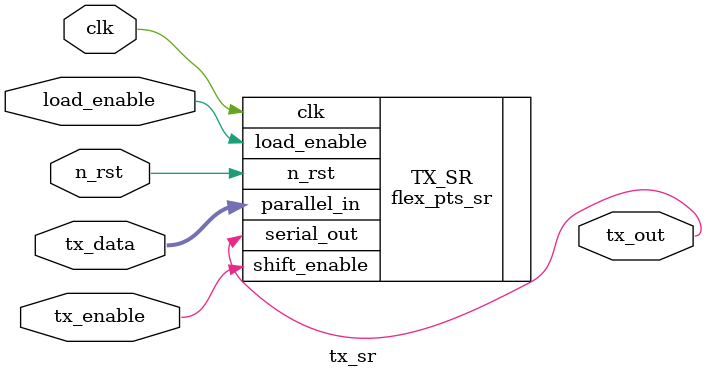
<source format=sv>

module tx_sr
  (
   input 	clk,
   input 	n_rst,
   input 	tx_enable,
   input 	load_enable,
   input [31:0] tx_data,
   output reg 	tx_out
   );

   flex_pts_sr #(32, 1) TX_SR
     (
      .clk(clk),
      .n_rst(n_rst),
      .shift_enable(tx_enable),
      .load_enable(load_enable),
      .parallel_in(tx_data),
      .serial_out(tx_out)
      );

endmodule // tx_sr

</source>
